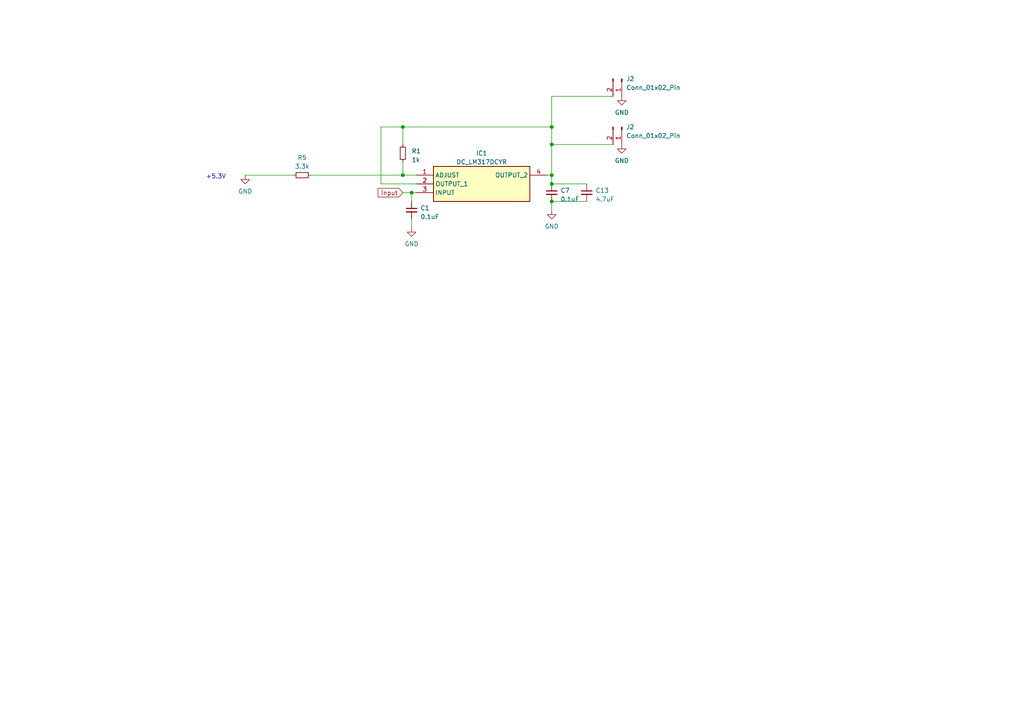
<source format=kicad_sch>
(kicad_sch (version 20230121) (generator eeschema)
  (paper "A4")
  (lib_symbols
    (symbol "Connector:Conn_01x02_Pin" (pin_names (offset 1.016) hide)
      (property "Reference" "J" (at 0 2.54 0))
      (property "Value" "Conn_01x02_Pin" (at 0 -5.08 0))
      (symbol "Conn_01x02_Pin_1_1"
        (polyline (pts (xy 1.27 -2.54) (xy 0.8636 -2.54)) (stroke (width 0.1524)))
        (polyline (pts (xy 1.27 0) (xy 0.8636 0)) (stroke (width 0.1524)))
        (rectangle (start 0.8636 -2.413) (end 0 -2.667) (stroke (width 0.1524)) (fill (type outline)))
        (rectangle (start 0.8636 0.127) (end 0 -0.127) (stroke (width 0.1524)) (fill (type outline)))
        (pin passive line (at 5.08 0 180) (length 3.81) (name "Pin_1") (number "1"))
        (pin passive line (at 5.08 -2.54 180) (length 3.81) (name "Pin_2") (number "2"))
      )
    )
    (symbol "Device:C_Small" (pin_numbers hide) (pin_names (offset 0.254) hide)
      (property "Reference" "C" (at 0.254 1.778 0))
      (property "Value" "C_Small" (at 0.254 -2.032 0))
      (symbol "C_Small_0_1"
        (polyline (pts (xy -1.524 -0.508) (xy 1.524 -0.508)) (stroke (width 0.3302)))
        (polyline (pts (xy -1.524 0.508) (xy 1.524 0.508)) (stroke (width 0.3048)))
      )
      (symbol "C_Small_1_1"
        (pin passive line (at 0 2.54 270) (length 2.032) (name "~") (number "1"))
        (pin passive line (at 0 -2.54 90) (length 2.032) (name "~") (number "2"))
      )
    )
    (symbol "Device:R_Small" (pin_numbers hide) (pin_names (offset 0.254) hide)
      (property "Reference" "R" (at 0.762 0.508 0))
      (property "Value" "R_Small" (at 0.762 -1.016 0))
      (symbol "R_Small_0_1"
        (rectangle (start -0.762 1.778) (end 0.762 -1.778) (stroke (width 0.2032)))
      )
      (symbol "R_Small_1_1"
        (pin passive line (at 0 2.54 270) (length 0.762) (name "~") (number "1"))
        (pin passive line (at 0 -2.54 90) (length 0.762) (name "~") (number "2"))
      )
    )
    (symbol "Radar:DC_LM317MDCYR"
      (property "Reference" "IC" (at 34.29 7.62 0))
      (property "Value" "DC_LM317MDCYR" (at 34.29 5.08 0))
      (symbol "DC_LM317MDCYR_1_1"
        (rectangle (start 5.08 2.54) (end 33.02 -7.62) (stroke (width 0.254)) (fill (type background)))
        (pin passive line (at 0 0 0) (length 5.08) (name "ADJUST") (number "1"))
        (pin passive line (at 0 -2.54 0) (length 5.08) (name "OUTPUT_1") (number "2"))
        (pin passive line (at 0 -5.08 0) (length 5.08) (name "INPUT") (number "3"))
        (pin passive line (at 38.1 0 180) (length 5.08) (name "OUTPUT_2") (number "4"))
      )
    )
    (symbol "power:GND" (power) (pin_names (offset 0))
      (property "Value" "GND" (at 0 -3.81 0))
      (symbol "GND_0_1"
        (polyline (pts (xy 0 0) (xy 0 -1.27) (xy 1.27 -1.27) (xy 0 -2.54) (xy -1.27 -1.27) (xy 0 -1.27)))
      )
      (symbol "GND_1_1"
        (pin power_in line (at 0 0 270) (length 0) hide (name "GND") (number "1"))
      )
    )
  )
  (junction (at 160.02 58.42))
  (junction (at 116.84 50.8))
  (junction (at 160.02 50.8))
  (junction (at 116.84 36.83))
  (junction (at 119.38 55.88))
  (junction (at 160.02 41.91))
  (junction (at 160.02 53.34))
  (junction (at 160.02 36.83))
  (wire (pts (xy 119.38 55.88) (xy 120.65 55.88)))
  (wire (pts (xy 170.18 53.34) (xy 160.02 53.34)))
  (wire (pts (xy 119.38 66.04) (xy 119.38 63.5)))
  (wire (pts (xy 116.84 55.88) (xy 119.38 55.88)))
  (wire (pts (xy 120.65 53.34) (xy 110.49 53.34)))
  (wire (pts (xy 160.02 58.42) (xy 160.02 60.96)))
  (wire (pts (xy 116.84 36.83) (xy 160.02 36.83)))
  (wire (pts (xy 119.38 58.42) (xy 119.38 55.88)))
  (wire (pts (xy 177.8 27.94) (xy 160.02 27.94)))
  (wire (pts (xy 160.02 27.94) (xy 160.02 36.83)))
  (wire (pts (xy 90.17 50.8) (xy 116.84 50.8)))
  (wire (pts (xy 160.02 53.34) (xy 160.02 50.8)))
  (wire (pts (xy 160.02 41.91) (xy 160.02 50.8)))
  (wire (pts (xy 71.12 50.8) (xy 85.09 50.8)))
  (wire (pts (xy 160.02 36.83) (xy 160.02 41.91)))
  (wire (pts (xy 110.49 36.83) (xy 116.84 36.83)))
  (wire (pts (xy 160.02 50.8) (xy 158.75 50.8)))
  (wire (pts (xy 110.49 53.34) (xy 110.49 36.83)))
  (wire (pts (xy 116.84 36.83) (xy 116.84 41.91)))
  (wire (pts (xy 170.18 58.42) (xy 160.02 58.42)))
  (wire (pts (xy 177.8 41.91) (xy 160.02 41.91)))
  (wire (pts (xy 116.84 46.99) (xy 116.84 50.8)))
  (wire (pts (xy 116.84 50.8) (xy 120.65 50.8)))
  (text "+5.3V" (at 59.69 52.07 0) (effects (font (size 1.27 1.27)) (justify left bottom)))
  (global_label "input" (shape input) (at 116.84 55.88 180) (property "Intersheetrefs" "${INTERSHEET_REFS}" (effects hide)))
  (symbol (lib_id "power:GND") (at 71.12 50.8 0) (unit 1)
    (property "Reference" "#PWR04" (effects hide))
    (property "Value" "GND" (at 71.12 55.499 0))
    (instances (project "PowerManage.2" (path "" (reference "#PWR04") (unit 1)) (path "" (reference "#PWR062") (unit 1)) (path "" (reference "#PWR0102") (unit 1)) (path "" (reference "#PWR0142") (unit 1))) (project "PowerBoard_tunable" (path "" (reference "#PWR09") (unit 1)) (path "" (reference "#PWR030") (unit 1)) (path "" (reference "#PWR033") (unit 1)) (path "" (reference "#PWR013") (unit 1))) (project "PowerBoard_cavity_20230711" (path "" (reference "#PWR023") (unit 1)) (path "" (reference "#PWR065") (unit 1)) (path "" (reference "#PWR035") (unit 1)) (path "" (reference "#PWR071") (unit 1))) (project "5V,3.3V,2.5V1.8V" (path "" (reference "#PWR04") (unit 1))))
  )
  (symbol (lib_id "power:GND") (at 180.34 27.94 0) (unit 1)
    (property "Reference" "#PWR04" (effects hide))
    (property "Value" "GND" (at 180.34 32.639 0))
    (instances (project "PowerManage.2" (path "" (reference "#PWR04") (unit 1)) (path "" (reference "#PWR062") (unit 1)) (path "" (reference "#PWR0102") (unit 1)) (path "" (reference "#PWR0142") (unit 1))) (project "PowerBoard_tunable" (path "" (reference "#PWR04") (unit 1)) (path "" (reference "#PWR07") (unit 1)) (path "" (reference "#PWR011") (unit 1))) (project "PowerBoard_cavity_20230711" (path "" (reference "#PWR023") (unit 1)) (path "" (reference "#PWR065") (unit 1)) (path "" (reference "#PWR035") (unit 1)) (path "" (reference "#PWR071") (unit 1))) (project "5V,3.3V,2.5V1.8V" (path "" (reference "#PWR04") (unit 1))))
  )
  (symbol (lib_id "Device:R_Small") (at 87.63 50.8 90) (unit 1)
    (property "Reference" "R5" (at 87.63 45.72 90))
    (property "Value" "3.3k" (at 87.63 48.26 90))
    (property "Footprint" "Resistor_SMD:R_0603_1608Metric" (effects hide))
    (instances (project "PowerBoard_tunable" (path "" (reference "R5") (unit 1)) (path "" (reference "R17") (unit 1)) (path "" (reference "R20") (unit 1)) (path "" (reference "R7") (unit 1))) (project "PowerBoard_cavity_20230711" (path "" (reference "R2") (unit 1)) (path "" (reference "R5") (unit 1)) (path "" (reference "R3") (unit 1)) (path "" (reference "R7") (unit 1))))
  )
  (symbol (lib_id "Device:C_Small") (at 160.02 55.88 0) (unit 1)
    (property "Reference" "C7" (at 162.56 55.2513 0) (effects (justify left)))
    (property "Value" "0.1uF" (at 162.56 57.7913 0) (effects (justify left)))
    (property "Footprint" "Capacitor_SMD:C_0603_1608Metric_0603 usual" (effects hide))
    (instances (project "PowerBoard_tunable" (path "" (reference "C7") (unit 1)) (path "" (reference "C8") (unit 1)) (path "" (reference "C9") (unit 1)) (path "" (reference "C4") (unit 1))) (project "PowerBoard_cavity_20230711" (path "" (reference "C17") (unit 1)) (path "" (reference "C51") (unit 1)) (path "" (reference "C26") (unit 1)) (path "" (reference "C52") (unit 1))))
  )
  (symbol (lib_id "Device:C_Small") (at 119.38 60.96 0) (unit 1)
    (property "Reference" "C1" (at 121.92 60.3313 0) (effects (justify left)))
    (property "Value" "0.1uF" (at 121.92 62.8713 0) (effects (justify left)))
    (property "Footprint" "Capacitor_SMD:C_0603_1608Metric_0603 usual" (effects hide))
    (instances (project "PowerBoard_tunable" (path "" (reference "C1") (unit 1)) (path "" (reference "C2") (unit 1)) (path "" (reference "C3") (unit 1))) (project "PowerBoard_cavity_20230711" (path "" (reference "C17") (unit 1)) (path "" (reference "C51") (unit 1)) (path "" (reference "C26") (unit 1)) (path "" (reference "C52") (unit 1))))
  )
  (symbol (lib_id "Device:C_Small") (at 170.18 55.88 0) (unit 1)
    (property "Reference" "C13" (at 172.72 55.2513 0) (effects (justify left)))
    (property "Value" "4.7uF" (at 172.72 57.7913 0) (effects (justify left)))
    (property "Footprint" "Capacitor_SMD:C_0603_1608Metric_0603 usual" (effects hide))
    (instances (project "PowerBoard_tunable" (path "" (reference "C13") (unit 1)) (path "" (reference "C14") (unit 1)) (path "" (reference "C15") (unit 1)) (path "" (reference "C11") (unit 1))) (project "PowerBoard_cavity_20230711" (path "" (reference "C17") (unit 1)) (path "" (reference "C51") (unit 1)) (path "" (reference "C26") (unit 1)) (path "" (reference "C52") (unit 1))))
  )
  (symbol (lib_id "Connector:Conn_01x02_Pin") (at 180.34 22.86 270) (unit 1)
    (property "Reference" "J2" (at 181.61 22.86 90) (effects (justify left)))
    (property "Value" "Conn_01x02_Pin" (at 181.61 25.4 90) (effects (justify left)))
    (property "Footprint" "Connector_JST:JST_XH_B2B-XH-A_1x02_P2.50mm_Vertical" (effects hide))
    (instances (project "TX_switch_cavity(2mm)" (path "" (reference "J2") (unit 1))) (project "PowerBoard_tunable" (path "" (reference "J2") (unit 1)) (path "" (reference "J3") (unit 1)) (path "" (reference "J5") (unit 1))))
  )
  (symbol (lib_id "Radar:DC_LM317MDCYR") (at 120.65 50.8 0) (unit 1)
    (property "Reference" "IC1" (at 139.7 44.45 0))
    (property "Value" "DC_LM317DCYR" (at 139.7 46.99 0))
    (property "Footprint" "Music_Lab:DC_LM317_SOT230P700X180-4N" (effects hide))
    (property "Datasheet" "http://www.ti.com/lit/gpn/lm317m" (effects hide))
    (property "Height" "1.8" (effects hide))
    (property "Mouser Part Number" "595-LM317MDCYR" (effects hide))
    (property "Mouser Price/Stock" "https://www.mouser.co.uk/ProductDetail/Texas-Instruments/LM317MDCYR?qs=JS6RUWRH9DWKuMPAAfpOMw%3D%3D" (effects hide))
    (property "Manufacturer_Name" "Texas Instruments" (effects hide))
    (property "Manufacturer_Part_Number" "LM317MDCYR" (effects hide))
    (instances (project "PowerBoard_tunable" (path "" (reference "IC1") (unit 1)) (path "" (reference "IC2") (unit 1)) (path "" (reference "IC3") (unit 1))))
  )
  (symbol (lib_id "Connector:Conn_01x02_Pin") (at 180.34 36.83 270) (unit 1)
    (property "Reference" "J2" (at 181.61 36.83 90) (effects (justify left)))
    (property "Value" "Conn_01x02_Pin" (at 181.61 39.37 90) (effects (justify left)))
    (property "Footprint" "Connector_JST:JST_XH_B2B-XH-A_1x02_P2.50mm_Vertical" (effects hide))
    (instances (project "TX_switch_cavity(2mm)" (path "" (reference "J2") (unit 1))) (project "PowerBoard_tunable" (path "" (reference "J4") (unit 1)) (path "" (reference "J6") (unit 1)) (path "" (reference "J8") (unit 1))))
  )
  (symbol (lib_id "power:GND") (at 119.38 66.04 0) (unit 1)
    (property "Reference" "#PWR04" (effects hide))
    (property "Value" "GND" (at 119.38 70.739 0))
    (instances (project "PowerManage.2" (path "" (reference "#PWR04") (unit 1)) (path "" (reference "#PWR062") (unit 1)) (path "" (reference "#PWR0102") (unit 1)) (path "" (reference "#PWR0142") (unit 1))) (project "PowerBoard_tunable" (path "" (reference "#PWR02") (unit 1)) (path "" (reference "#PWR06") (unit 1)) (path "" (reference "#PWR010") (unit 1))) (project "PowerBoard_cavity_20230711" (path "" (reference "#PWR023") (unit 1)) (path "" (reference "#PWR065") (unit 1)) (path "" (reference "#PWR035") (unit 1)) (path "" (reference "#PWR071") (unit 1))) (project "5V,3.3V,2.5V1.8V" (path "" (reference "#PWR04") (unit 1))))
  )
  (symbol (lib_id "power:GND") (at 160.02 60.96 0) (unit 1)
    (property "Reference" "#PWR04" (effects hide))
    (property "Value" "GND" (at 160.02 65.659 0))
    (instances (project "PowerManage.2" (path "" (reference "#PWR04") (unit 1)) (path "" (reference "#PWR062") (unit 1)) (path "" (reference "#PWR0102") (unit 1)) (path "" (reference "#PWR0142") (unit 1))) (project "PowerBoard_tunable" (path "" (reference "#PWR05") (unit 1)) (path "" (reference "#PWR018") (unit 1)) (path "" (reference "#PWR026") (unit 1)) (path "" (reference "#PWR014") (unit 1))) (project "PowerBoard_cavity_20230711" (path "" (reference "#PWR023") (unit 1)) (path "" (reference "#PWR065") (unit 1)) (path "" (reference "#PWR035") (unit 1)) (path "" (reference "#PWR071") (unit 1))) (project "5V,3.3V,2.5V1.8V" (path "" (reference "#PWR04") (unit 1))))
  )
  (symbol (lib_id "power:GND") (at 180.34 41.91 0) (unit 1)
    (property "Reference" "#PWR04" (effects hide))
    (property "Value" "GND" (at 180.34 46.609 0))
    (instances (project "PowerManage.2" (path "" (reference "#PWR04") (unit 1)) (path "" (reference "#PWR062") (unit 1)) (path "" (reference "#PWR0102") (unit 1)) (path "" (reference "#PWR0142") (unit 1))) (project "PowerBoard_tunable" (path "" (reference "#PWR08") (unit 1)) (path "" (reference "#PWR012") (unit 1)) (path "" (reference "#PWR016") (unit 1))) (project "PowerBoard_cavity_20230711" (path "" (reference "#PWR023") (unit 1)) (path "" (reference "#PWR065") (unit 1)) (path "" (reference "#PWR035") (unit 1)) (path "" (reference "#PWR071") (unit 1))) (project "5V,3.3V,2.5V1.8V" (path "" (reference "#PWR04") (unit 1))))
  )
  (symbol (lib_id "Device:R_Small") (at 116.84 44.45 0) (unit 1)
    (property "Reference" "R1" (at 119.38 43.815 0) (effects (justify left)))
    (property "Value" "1k" (at 119.38 46.355 0) (effects (justify left)))
    (property "Footprint" "Resistor_SMD:R_0603_1608Metric" (effects hide))
    (instances (project "PowerBoard_tunable" (path "" (reference "R1") (unit 1)) (path "" (reference "R4") (unit 1)) (path "" (reference "R6") (unit 1))) (project "PowerBoard_cavity_20230711" (path "" (reference "R1") (unit 1)) (path "" (reference "R6") (unit 1)) (path "" (reference "R4") (unit 1)) (path "" (reference "R8") (unit 1))))
  )
)
</source>
